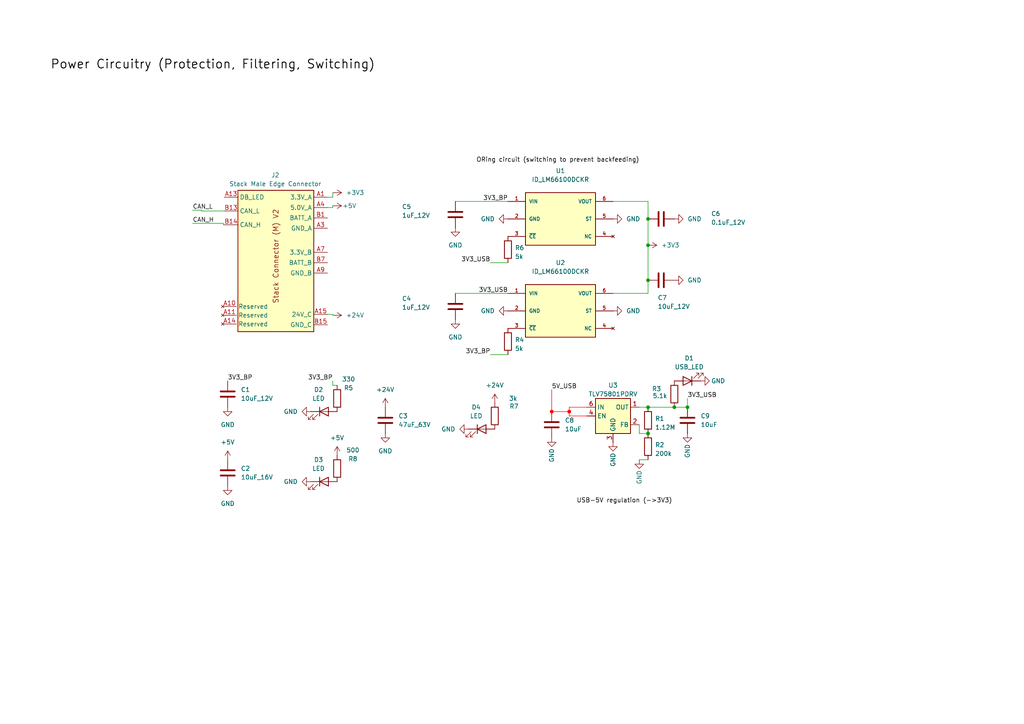
<source format=kicad_sch>
(kicad_sch (version 20231120) (generator "eeschema") (generator_version "8.0")
  (paper "A4")
  (title_block (title "ULC Board Power Circuitry") (rev "A") (company "Queen's Rocket Engineering Team") (comment 1 "Jeevan Sanchez"))
  (lib_symbols
    (symbol "Device:C" (pin_numbers hide) (pin_names (offset 0.254))
      (property "Reference" "C" (at 0.635 2.54 0))
      (property "Value" "C" (at 0.635 -2.54 0))
      (symbol "C_0_1"
        (polyline (pts (xy -2.032 -0.762) (xy 2.032 -0.762)) (stroke (width 0.508)))
        (polyline (pts (xy -2.032 0.762) (xy 2.032 0.762)) (stroke (width 0.508)))
      )
      (symbol "C_1_1"
        (pin passive line (at 0 3.81 270) (length 2.794) (name "~") (number "1"))
        (pin passive line (at 0 -3.81 90) (length 2.794) (name "~") (number "2"))
      )
    )
    (symbol "Device:LED" (pin_numbers hide) (pin_names (offset 1.016) hide)
      (property "Reference" "D" (at 0 2.54 0))
      (property "Value" "LED" (at 0 -2.54 0))
      (symbol "LED_0_1"
        (polyline (pts (xy -1.27 -1.27) (xy -1.27 1.27)) (stroke (width 0.254)))
        (polyline (pts (xy -1.27 0) (xy 1.27 0)))
        (polyline (pts (xy 1.27 -1.27) (xy 1.27 1.27) (xy -1.27 0) (xy 1.27 -1.27)) (stroke (width 0.254)))
        (polyline (pts (xy -3.048 -0.762) (xy -4.572 -2.286) (xy -3.81 -2.286) (xy -4.572 -2.286) (xy -4.572 -1.524)))
        (polyline (pts (xy -1.778 -0.762) (xy -3.302 -2.286) (xy -2.54 -2.286) (xy -3.302 -2.286) (xy -3.302 -1.524)))
      )
      (symbol "LED_1_1"
        (pin passive line (at -3.81 0 0) (length 2.54) (name "K") (number "1"))
        (pin passive line (at 3.81 0 180) (length 2.54) (name "A") (number "2"))
      )
    )
    (symbol "Device:R" (pin_numbers hide) (pin_names (offset 0))
      (property "Reference" "R" (at 2.032 0 90))
      (property "Value" "R" (at 0 0 90))
      (symbol "R_0_1"
        (rectangle (start -1.016 -2.54) (end 1.016 2.54) (stroke (width 0.254)))
      )
      (symbol "R_1_1"
        (pin passive line (at 0 3.81 270) (length 1.27) (name "~") (number "1"))
        (pin passive line (at 0 -3.81 90) (length 1.27) (name "~") (number "2"))
      )
    )
    (symbol "EdgeConnector:Stack Male Edge Connector"
      (property "Reference" "J2" (at -0.1515 25.4 0))
      (property "Value" "Stack Male Edge Connector" (at -0.1515 22.86 0))
      (symbol "Stack Male Edge Connector_0_1"
        (rectangle (start -11 21) (end 11 -20) (stroke (width 0.254)) (fill (type background)))
      )
      (symbol "Stack Male Edge Connector_1_1"
        (text "Stack Connector (M) V2" (at 0 1.905 900) (effects (font (size 1.5 1.5))))
        (pin power_out line (at 15 19 180) (length 4) (name "3.3V_A") (number "A1"))
        (pin no_connect line (at -15.43 -12.7 0) (length 4) (name "Reserved") (number "A10"))
        (pin no_connect line (at -15.43 -15.24 0) (length 4) (name "Reserved") (number "A11"))
        (pin passive line (at 15 -3 180) (length 4) hide (name "GND_B") (number "A12"))
        (pin input line (at -15 19 0) (length 4) (name "DB_LED") (number "A13"))
        (pin no_connect line (at -15.43 -17.78 0) (length 4) (name "Reserved") (number "A14"))
        (pin power_out line (at 15 -15 180) (length 4) (name "24V_C") (number "A15"))
        (pin passive line (at 15 -15 180) (length 4) hide (name "24V_C") (number "A16"))
        (pin passive line (at 15 -15 180) (length 4) hide (name "24V_C") (number "A17"))
        (pin passive line (at 15 -15 180) (length 4) hide (name "24V_C") (number "A18"))
        (pin passive line (at 15 19 180) (length 4) hide (name "3.3V_A") (number "A2"))
        (pin power_in line (at 15 10 180) (length 4) (name "GND_A") (number "A3"))
        (pin power_out line (at 15 16 180) (length 4) (name "5.0V_A") (number "A4"))
        (pin power_in line (at 15 16 180) (length 4) hide (name "5.0V_A") (number "A5"))
        (pin passive line (at 15 10 180) (length 4) hide (name "GND_A") (number "A6"))
        (pin power_out line (at 15 3 180) (length 4) (name "3.3V_B") (number "A7"))
        (pin passive line (at 15 3 180) (length 4) hide (name "3.3V_B") (number "A8"))
        (pin power_in line (at 15 -3 180) (length 4) (name "GND_B") (number "A9"))
        (pin power_out line (at 15 13 180) (length 4) (name "BATT_A") (number "B1"))
        (pin passive line (at 15 -3 180) (length 4) hide (name "GND_B") (number "B10"))
        (pin passive line (at 15 -3 180) (length 4) hide (name "GND_B") (number "B11"))
        (pin passive line (at 15 -3 180) (length 4) hide (name "GND_B") (number "B12"))
        (pin bidirectional line (at -15 15 0) (length 4) (name "CAN_L") (number "B13"))
        (pin bidirectional line (at -15 11 0) (length 4) (name "CAN_H") (number "B14"))
        (pin power_in line (at 15 -18 180) (length 4) (name "GND_C") (number "B15"))
        (pin passive line (at 15 -18 180) (length 4) hide (name "GND_C") (number "B16"))
        (pin passive line (at 15 -18 180) (length 4) hide (name "GND_C") (number "B17"))
        (pin passive line (at 15 -18 180) (length 4) hide (name "GND_C") (number "B18"))
        (pin passive line (at 15 13 180) (length 4) hide (name "BATT_A") (number "B2"))
        (pin passive line (at 15 13 180) (length 4) hide (name "BATT_A") (number "B3"))
        (pin passive line (at 15 10 180) (length 4) hide (name "GND_A") (number "B4"))
        (pin passive line (at 15 10 180) (length 4) hide (name "GND_A") (number "B5"))
        (pin passive line (at 15 10 180) (length 4) hide (name "GND_A") (number "B6"))
        (pin power_out line (at 15 0 180) (length 4) (name "BATT_B") (number "B7"))
        (pin passive line (at 15 0 180) (length 4) hide (name "BATT_B") (number "B8"))
        (pin passive line (at 15 0 180) (length 4) hide (name "BATT_B") (number "B9"))
      )
    )
    (symbol "LM66100DCKR:LM66100DCKR" (pin_names (offset 1.016))
      (property "Reference" "U1" (at 0 15.24 0))
      (property "Value" "ID_LM66100DCKR" (at 0 12.7 0))
      (symbol "LM66100DCKR_0_0"
        (rectangle (start -10.16 8.89) (end 10.16 -6.35) (stroke (width 0.254)) (fill (type background)))
        (pin input line (at -15.24 6.35 0) (length 5.08) (name "VIN") (number "1"))
        (pin power_in line (at -15.24 1.27 0) (length 5.08) (name "GND") (number "2"))
        (pin input line (at -15.24 -3.81 0) (length 5.08) (name "~{CE}") (number "3"))
        (pin no_connect line (at 15.24 -3.81 180) (length 5.08) (name "NC") (number "4"))
        (pin output line (at 15.24 1.27 180) (length 5.08) (name "ST") (number "5"))
        (pin output line (at 15.24 6.35 180) (length 5.08) (name "VOUT") (number "6"))
      )
    )
    (symbol "Regulator_Linear:TLV75801PDRV"
      (property "Reference" "U" (at -3.81 6.35 0))
      (property "Value" "TLV75801PDRV" (at 0 6.35 0))
      (symbol "TLV75801PDRV_0_1"
        (rectangle (start 5.08 -5.08) (end -5.08 5.08) (stroke (width 0.254)) (fill (type background)))
      )
      (symbol "TLV75801PDRV_1_1"
        (pin power_out line (at 7.62 2.54 180) (length 2.54) (name "OUT") (number "1"))
        (pin input line (at 7.62 -2.54 180) (length 2.54) (name "FB") (number "2"))
        (pin power_in line (at 0 -7.62 90) (length 2.54) (name "GND") (number "3"))
        (pin input line (at -7.62 0 0) (length 2.54) (name "EN") (number "4"))
        (pin no_connect line (at 5.08 0 180) (length 2.54) hide (name "DNC") (number "5"))
        (pin power_in line (at -7.62 2.54 0) (length 2.54) (name "IN") (number "6"))
        (pin passive line (at 0 -7.62 90) (length 2.54) hide (name "GND") (number "7"))
      )
    )
    (symbol "power:+24V" (power) (pin_numbers hide) (pin_names (offset 0) hide)
      (property "Value" "+24V" (at 0 3.556 0))
      (symbol "+24V_0_1"
        (polyline (pts (xy -0.762 1.27) (xy 0 2.54)))
        (polyline (pts (xy 0 0) (xy 0 2.54)))
        (polyline (pts (xy 0 2.54) (xy 0.762 1.27)))
      )
      (symbol "+24V_1_1"
        (pin power_in line (at 0 0 90) (length 0) (name "~") (number "1"))
      )
    )
    (symbol "power:+3V3" (power) (pin_numbers hide) (pin_names (offset 0) hide)
      (property "Value" "+3V3" (at 0 3.556 0))
      (symbol "+3V3_0_1"
        (polyline (pts (xy -0.762 1.27) (xy 0 2.54)))
        (polyline (pts (xy 0 0) (xy 0 2.54)))
        (polyline (pts (xy 0 2.54) (xy 0.762 1.27)))
      )
      (symbol "+3V3_1_1"
        (pin power_in line (at 0 0 90) (length 0) (name "~") (number "1"))
      )
    )
    (symbol "power:+5V" (power) (pin_numbers hide) (pin_names (offset 0) hide)
      (property "Value" "+5V" (at 0 3.556 0))
      (symbol "+5V_0_1"
        (polyline (pts (xy -0.762 1.27) (xy 0 2.54)))
        (polyline (pts (xy 0 0) (xy 0 2.54)))
        (polyline (pts (xy 0 2.54) (xy 0.762 1.27)))
      )
      (symbol "+5V_1_1"
        (pin power_in line (at 0 0 90) (length 0) (name "~") (number "1"))
      )
    )
    (symbol "power:GND" (power) (pin_numbers hide) (pin_names (offset 0) hide)
      (property "Value" "GND" (at 0 -3.81 0))
      (symbol "GND_0_1"
        (polyline (pts (xy 0 0) (xy 0 -1.27) (xy 1.27 -1.27) (xy 0 -2.54) (xy -1.27 -1.27) (xy 0 -1.27)))
      )
      (symbol "GND_1_1"
        (pin power_in line (at 0 0 270) (length 0) (name "~") (number "1"))
      )
    )
  )
  (junction (at 199.39 118.11))
  (junction (at 187.96 118.11))
  (junction (at 187.96 63.5))
  (junction (at 195.58 118.11))
  (junction (at 187.96 81.28))
  (junction (at 187.96 125.73))
  (junction (at 165.1 119.38) (color 255 0 0 1))
  (junction (at 187.96 71.12))
  (junction (at 160.02 119.38) (color 255 0 0 1))
  (wire (pts (xy 96.52 57.2) (xy 95.01 57.2)))
  (wire (pts (xy 132.08 58.42) (xy 147.32 58.42)))
  (wire (pts (xy 64.77 64.77) (xy 64.77 65.2)))
  (wire (pts (xy 165.1 118.11) (xy 170.18 118.11)) (stroke (width 0) (color 255 0 0 1)))
  (wire (pts (xy 165.1 120.65) (xy 165.1 119.38)) (stroke (width 0) (color 255 0 0 1)))
  (wire (pts (xy 187.96 133.35) (xy 185.42 133.35)))
  (wire (pts (xy 185.42 123.19) (xy 185.42 125.73)))
  (wire (pts (xy 132.08 85.09) (xy 147.32 85.09)))
  (wire (pts (xy 160.02 119.38) (xy 165.1 119.38)) (stroke (width 0) (color 255 0 0 1)))
  (wire (pts (xy 187.96 71.12) (xy 187.96 81.28)))
  (wire (pts (xy 96.52 55.88) (xy 96.52 57.2)))
  (wire (pts (xy 58.42 60.96) (xy 58.42 61.2)))
  (wire (pts (xy 195.58 118.11) (xy 199.39 118.11)))
  (wire (pts (xy 58.42 60.96) (xy 55.88 60.96)))
  (wire (pts (xy 187.96 58.42) (xy 187.96 63.5)))
  (wire (pts (xy 96.52 110.49) (xy 96.52 111.76)))
  (wire (pts (xy 96.52 111.76) (xy 97.79 111.76)))
  (wire (pts (xy 142.24 102.87) (xy 147.32 102.87)))
  (wire (pts (xy 96.52 59.69) (xy 96.52 60.2)))
  (wire (pts (xy 177.8 58.42) (xy 187.96 58.42)))
  (wire (pts (xy 165.1 119.38) (xy 165.1 118.11)) (stroke (width 0) (color 255 0 0 1)))
  (wire (pts (xy 185.42 118.11) (xy 187.96 118.11)))
  (wire (pts (xy 96.52 91.2) (xy 95.01 91.2)))
  (wire (pts (xy 64.77 64.77) (xy 55.88 64.77)))
  (wire (pts (xy 96.52 60.2) (xy 95.01 60.2)))
  (wire (pts (xy 96.52 91.44) (xy 96.52 91.2)))
  (wire (pts (xy 187.96 63.5) (xy 187.96 71.12)))
  (wire (pts (xy 199.39 115.57) (xy 199.39 118.11)))
  (wire (pts (xy 177.8 85.09) (xy 187.96 85.09)))
  (wire (pts (xy 142.24 76.2) (xy 147.32 76.2)))
  (wire (pts (xy 160.02 113.03) (xy 160.02 119.38)) (stroke (width 0) (color 255 0 0 1)))
  (wire (pts (xy 64.77 65.2) (xy 65.01 65.2)))
  (wire (pts (xy 187.96 81.28) (xy 187.96 85.09)))
  (wire (pts (xy 170.18 120.65) (xy 165.1 120.65)) (stroke (width 0) (color 255 0 0 1)))
  (wire (pts (xy 58.42 61.2) (xy 65.01 61.2)))
  (wire (pts (xy 185.42 125.73) (xy 187.96 125.73)))
  (wire (pts (xy 187.96 118.11) (xy 195.58 118.11)))
  (text "ORing circuit (switching to prevent backfeeding)\n" (at 161.798 46.482 0) (effects (font (size 1.27 1.27))))
  (text "USB-5V regulation (->3V3)\n" (at 181.102 145.288 0) (effects (font (size 1.27 1.27))))
  (text "Power Circuitry (Protection, Filtering, Switching)\n" (at 61.722 18.796 0) (effects (font (size 2.54 2.54) (thickness 0.254) (bold yes))))
  (label "3V3_BP" (at 96.52 110.49 180))
  (label "3V3_USB" (at 199.39 115.57 0) (effects (font (thickness 0.1588))))
  (label "3V3_BP" (at 147.32 58.42 180))
  (label "3V3_BP" (at 66.04 110.49 0))
  (label "3V3_USB" (at 147.32 85.09 180) (effects (font (thickness 0.1588))))
  (label "5V_USB" (at 160.02 113.03 0) (effects (font (thickness 0.1588))))
  (label "3V3_USB" (at 142.24 76.2 180) (effects (font (thickness 0.1588))))
  (label "CAN_L" (at 55.88 60.96 0))
  (label "CAN_H" (at 55.88 64.77 0))
  (label "3V3_BP" (at 142.24 102.87 180))
  (symbol (lib_id "power:GND") (at 195.58 63.5 90) (unit 1)
    (property "Reference" "#PWR010" (effects (hide yes)))
    (property "Value" "GND" (at 199.39 63.4999 90) (effects (justify right)))
    (property "Description" "Power symbol creates a global label with name \"GND\" , ground" (effects (hide yes)))
  )
  (symbol (lib_id "Device:C") (at 66.04 137.16 0) (unit 1)
    (property "Reference" "C2" (at 69.85 135.8899 0) (effects (justify left)))
    (property "Value" "10uF_16V" (at 69.85 138.4299 0) (effects (justify left)))
  )
  (symbol (lib_id "Device:C") (at 111.76 121.92 0) (unit 1)
    (property "Reference" "C3" (at 115.57 120.6499 0) (effects (justify left)))
    (property "Value" "47uF_63V" (at 115.57 123.1899 0) (effects (justify left)))
  )
  (symbol (lib_id "Device:C") (at 191.77 81.28 270) (unit 1)
    (property "Reference" "C7" (at 190.754 86.36 90) (effects (justify left)))
    (property "Value" "10uF_12V" (at 190.754 88.9 90) (effects (justify left)))
    (property "Footprint" "Capacitor_SMD:C_0603_1608Metric" (effects (hide yes)))
    (property "Description" "Unpolarized capacitor" (effects (hide yes)))
  )
  (symbol (lib_id "power:+24V") (at 111.76 118.11 0) (unit 1)
    (property "Reference" "#PWR030" (effects (hide yes)))
    (property "Value" "+24V" (at 111.76 113.03 0))
    (property "Description" "Power symbol creates a global label with name \"+24V\"" (effects (hide yes)))
  )
  (symbol (lib_id "Device:R") (at 187.96 129.54 0) (unit 1)
    (property "Reference" "R2" (at 189.992 129.032 0) (effects (justify left)))
    (property "Value" "200k" (at 189.992 131.572 0) (effects (justify left)))
    (property "Footprint" "Resistor_SMD:R_0603_1608Metric" (effects (hide yes)))
    (property "Description" "Resistor" (effects (hide yes)))
  )
  (symbol (lib_id "Device:LED") (at 199.39 110.49 180) (unit 1)
    (property "Reference" "D1" (at 199.898 103.886 0))
    (property "Value" "USB_LED" (at 199.898 106.426 0))
    (property "Footprint" "LED_SMD:LED_0603_1608Metric" (effects (hide yes)))
    (property "Description" "Light emitting diode" (effects (hide yes)))
  )
  (symbol (lib_id "Device:C") (at 160.02 123.19 0) (unit 1)
    (property "Reference" "C8" (at 163.83 121.9199 0) (effects (justify left)))
    (property "Value" "10uF" (at 163.83 124.4599 0) (effects (justify left)))
    (property "Footprint" "Capacitor_SMD:C_0603_1608Metric" (effects (hide yes)))
    (property "Description" "Unpolarized capacitor" (effects (hide yes)))
  )
  (symbol (lib_id "power:GND") (at 177.8 128.27 0) (unit 1)
    (property "Reference" "#PWR025" (effects (hide yes)))
    (property "Value" "GND" (at 177.8 131.318 90) (effects (justify right)))
    (property "Description" "Power symbol creates a global label with name \"GND\" , ground" (effects (hide yes)))
  )
  (symbol (lib_id "Device:R") (at 143.51 120.65 180) (unit 1)
    (property "Reference" "R7" (at 149.098 117.856 0))
    (property "Value" "3k" (at 148.844 115.57 0))
    (property "Description" "Resistor" (effects (hide yes)))
  )
  (symbol (lib_id "power:GND") (at 147.32 63.5 270) (unit 1)
    (property "Reference" "#PWR013" (effects (hide yes)))
    (property "Value" "GND" (at 143.51 63.4999 90) (effects (justify right)))
    (property "Description" "Power symbol creates a global label with name \"GND\" , ground" (effects (hide yes)))
  )
  (symbol (lib_id "power:+24V") (at 143.51 116.84 0) (unit 1)
    (property "Reference" "#PWR033" (effects (hide yes)))
    (property "Value" "+24V" (at 143.51 111.76 0))
    (property "Description" "Power symbol creates a global label with name \"+24V\"" (effects (hide yes)))
  )
  (symbol (lib_id "power:GND") (at 132.08 66.04 0) (unit 1)
    (property "Reference" "#PWR09" (effects (hide yes)))
    (property "Value" "GND" (at 132.08 71.12 0))
    (property "Description" "Power symbol creates a global label with name \"GND\" , ground" (effects (hide yes)))
  )
  (symbol (lib_id "power:GND") (at 185.42 133.35 0) (unit 1)
    (property "Reference" "#PWR026" (effects (hide yes)))
    (property "Value" "GND" (at 185.42 136.398 90) (effects (justify right)))
    (property "Description" "Power symbol creates a global label with name \"GND\" , ground" (effects (hide yes)))
  )
  (symbol (lib_id "Device:C") (at 199.39 121.92 0) (unit 1)
    (property "Reference" "C9" (at 203.2 120.6499 0) (effects (justify left)))
    (property "Value" "10uF" (at 203.2 123.1899 0) (effects (justify left)))
    (property "Footprint" "Capacitor_SMD:C_0603_1608Metric" (effects (hide yes)))
    (property "Description" "Unpolarized capacitor" (effects (hide yes)))
  )
  (symbol (lib_id "Device:R") (at 147.32 72.39 0) (unit 1)
    (property "Reference" "R6" (at 149.352 71.882 0) (effects (justify left)))
    (property "Value" "5k" (at 149.352 74.422 0) (effects (justify left)))
    (property "Footprint" "Resistor_SMD:R_0603_1608Metric" (effects (hide yes)))
    (property "Description" "Resistor" (effects (hide yes)))
  )
  (symbol (lib_id "power:GND") (at 147.32 90.17 270) (unit 1)
    (property "Reference" "#PWR012" (effects (hide yes)))
    (property "Value" "GND" (at 143.51 90.1699 90) (effects (justify right)))
    (property "Description" "Power symbol creates a global label with name \"GND\" , ground" (effects (hide yes)))
  )
  (symbol (lib_id "Device:R") (at 187.96 121.92 0) (unit 1)
    (property "Reference" "R1" (at 189.992 121.412 0) (effects (justify left)))
    (property "Value" "1.12M" (at 189.992 123.952 0) (effects (justify left)))
    (property "Footprint" "Resistor_SMD:R_0603_1608Metric" (effects (hide yes)))
    (property "Description" "Resistor" (effects (hide yes)))
  )
  (symbol (lib_id "Device:LED") (at 93.98 139.7 0) (unit 1)
    (property "Reference" "D3" (at 92.3925 133.35 0))
    (property "Value" "LED" (at 92.3925 135.89 0))
    (property "Description" "Light emitting diode" (effects (hide yes)))
  )
  (symbol (lib_id "power:GND") (at 195.58 81.28 90) (unit 1)
    (property "Reference" "#PWR011" (effects (hide yes)))
    (property "Value" "GND" (at 199.39 81.2799 90) (effects (justify right)))
    (property "Description" "Power symbol creates a global label with name \"GND\" , ground" (effects (hide yes)))
  )
  (symbol (lib_id "Device:R") (at 147.32 99.06 0) (unit 1)
    (property "Reference" "R4" (at 149.352 98.552 0) (effects (justify left)))
    (property "Value" "5k" (at 149.352 101.092 0) (effects (justify left)))
    (property "Footprint" "Resistor_SMD:R_0603_1608Metric" (effects (hide yes)))
    (property "Description" "Resistor" (effects (hide yes)))
  )
  (symbol (lib_id "power:GND") (at 90.17 119.38 270) (unit 1)
    (property "Reference" "#PWR029" (effects (hide yes)))
    (property "Value" "GND" (at 86.36 119.3799 90) (effects (justify right)))
    (property "Description" "Power symbol creates a global label with name \"GND\" , ground" (effects (hide yes)))
  )
  (symbol (lib_id "power:GND") (at 199.39 125.73 0) (unit 1)
    (property "Reference" "#PWR027" (effects (hide yes)))
    (property "Value" "GND" (at 199.39 128.778 90) (effects (justify right)))
    (property "Description" "Power symbol creates a global label with name \"GND\" , ground" (effects (hide yes)))
  )
  (symbol (lib_id "Device:R") (at 195.58 114.3 180) (unit 1)
    (property "Reference" "R3" (at 191.77 112.776 0) (effects (justify left)))
    (property "Value" "5.1k" (at 193.548 114.808 0) (effects (justify left)))
    (property "Footprint" "Resistor_SMD:R_0603_1608Metric" (effects (hide yes)))
    (property "Description" "Resistor" (effects (hide yes)))
  )
  (symbol (lib_id "Device:C") (at 132.08 62.23 0) (unit 1)
    (property "Reference" "C5" (at 116.586 59.944 0) (effects (justify left)))
    (property "Value" "1uF_12V" (at 116.586 62.484 0) (effects (justify left)))
    (property "Footprint" "Capacitor_SMD:C_0603_1608Metric" (effects (hide yes)))
    (property "Description" "Unpolarized capacitor" (effects (hide yes)))
  )
  (symbol (lib_id "Device:C") (at 66.04 114.3 0) (unit 1)
    (property "Reference" "C1" (at 69.85 113.0299 0) (effects (justify left)))
    (property "Value" "10uF_12V" (at 69.85 115.5699 0) (effects (justify left)))
  )
  (symbol (lib_id "power:+24V") (at 96.52 91.44 270) (unit 1)
    (property "Reference" "#PWR023" (effects (hide yes)))
    (property "Value" "+24V" (at 100.33 91.4399 90) (effects (justify left)))
    (property "Description" "Power symbol creates a global label with name \"+24V\"" (effects (hide yes)))
  )
  (symbol (lib_id "Device:LED") (at 139.7 124.46 0) (unit 1)
    (property "Reference" "D4" (at 138.1125 118.11 0))
    (property "Value" "LED" (at 138.1125 120.65 0))
    (property "Description" "Light emitting diode" (effects (hide yes)))
  )
  (symbol (lib_id "power:GND") (at 66.04 140.97 0) (unit 1)
    (property "Reference" "#PWR019" (effects (hide yes)))
    (property "Value" "GND" (at 66.04 146.05 0))
    (property "Description" "Power symbol creates a global label with name \"GND\" , ground" (effects (hide yes)))
  )
  (symbol (lib_id "Device:R") (at 97.79 135.89 180) (unit 1)
    (property "Reference" "R8" (at 102.362 133.096 0))
    (property "Value" "500" (at 102.362 130.556 0))
    (property "Description" "Resistor" (effects (hide yes)))
  )
  (symbol (lib_id "power:+5V") (at 97.79 132.08 0) (unit 1)
    (property "Reference" "#PWR015" (effects (hide yes)))
    (property "Value" "+5V" (at 97.79 127 0))
    (property "Description" "Power symbol creates a global label with name \"+5V\"" (effects (hide yes)))
  )
  (symbol (lib_id "power:+3V3") (at 96.52 55.88 270) (unit 1)
    (property "Reference" "#PWR04" (effects (hide yes)))
    (property "Value" "+3V3" (at 100.33 55.8799 90) (effects (justify left)))
    (property "Description" "Power symbol creates a global label with name \"+3V3\"" (effects (hide yes)))
  )
  (symbol (lib_id "Regulator_Linear:TLV75801PDRV") (at 177.8 120.65 0) (unit 1)
    (property "Reference" "U3" (at 177.8 111.76 0))
    (property "Value" "TLV75801PDRV" (at 177.8 114.3 0))
    (property "Footprint" "Package_SON:WSON-6-1EP_2x2mm_P0.65mm_EP1x1.6mm" (effects (hide yes)))
    (property "Datasheet" "https://www.ti.com/lit/ds/symlink/tlv758p.pdf" (effects (hide yes)))
  )
  (symbol (lib_id "power:GND") (at 90.17 139.7 270) (unit 1)
    (property "Reference" "#PWR031" (effects (hide yes)))
    (property "Value" "GND" (at 86.36 139.6999 90) (effects (justify right)))
    (property "Description" "Power symbol creates a global label with name \"GND\" , ground" (effects (hide yes)))
  )
  (symbol (lib_id "Device:R") (at 97.79 115.57 180) (unit 1)
    (property "Reference" "R5" (at 101.092 112.522 0))
    (property "Value" "330" (at 101.092 109.982 0))
    (property "Description" "Resistor" (effects (hide yes)))
  )
  (symbol (lib_id "EdgeConnector:Stack Male Edge Connector") (at 80.01 76.2 0) (unit 1)
    (property "Reference" "J2" (at 79.8585 50.8 0))
    (property "Value" "Stack Male Edge Connector" (at 79.8585 53.34 0))
    (property "Footprint" "Connector_PCBEdge:BUS_PCIexpress_x1" (effects (hide yes)))
    (property "Description" "QRET SRAD Male Stack Edge Connector (PCIe x1 Connector). Generation 1" (effects (hide yes)))
  )
  (symbol (lib_id "power:GND") (at 177.8 63.5 90) (unit 1)
    (property "Reference" "#PWR016" (effects (hide yes)))
    (property "Value" "GND" (at 181.61 63.4999 90) (effects (justify right)))
    (property "Description" "Power symbol creates a global label with name \"GND\" , ground" (effects (hide yes)))
  )
  (symbol (lib_id "power:+3V3") (at 187.96 71.12 270) (unit 1)
    (property "Reference" "#PWR017" (effects (hide yes)))
    (property "Value" "+3V3" (at 191.77 71.1199 90) (effects (justify left)))
    (property "Description" "Power symbol creates a global label with name \"+3V3\"" (effects (hide yes)))
  )
  (symbol (lib_id "Device:C") (at 132.08 88.9 0) (unit 1)
    (property "Reference" "C4" (at 116.586 86.614 0) (effects (justify left)))
    (property "Value" "1uF_12V" (at 116.586 89.154 0) (effects (justify left)))
    (property "Footprint" "Capacitor_SMD:C_0603_1608Metric" (effects (hide yes)))
    (property "Description" "Unpolarized capacitor" (effects (hide yes)))
  )
  (symbol (lib_id "Device:LED") (at 93.98 119.38 0) (unit 1)
    (property "Reference" "D2" (at 92.3925 113.03 0))
    (property "Value" "LED" (at 92.3925 115.57 0))
    (property "Description" "Light emitting diode" (effects (hide yes)))
  )
  (symbol (lib_id "power:GND") (at 135.89 124.46 270) (unit 1)
    (property "Reference" "#PWR032" (effects (hide yes)))
    (property "Value" "GND" (at 132.08 124.4599 90) (effects (justify right)))
    (property "Description" "Power symbol creates a global label with name \"GND\" , ground" (effects (hide yes)))
  )
  (symbol (lib_id "power:GND") (at 111.76 125.73 0) (unit 1)
    (property "Reference" "#PWR018" (effects (hide yes)))
    (property "Value" "GND" (at 111.76 130.81 0))
    (property "Description" "Power symbol creates a global label with name \"GND\" , ground" (effects (hide yes)))
  )
  (symbol (lib_id "power:GND") (at 203.2 110.49 90) (unit 1)
    (property "Reference" "#PWR028" (effects (hide yes)))
    (property "Value" "GND" (at 206.248 110.49 90) (effects (justify right)))
    (property "Description" "Power symbol creates a global label with name \"GND\" , ground" (effects (hide yes)))
  )
  (symbol (lib_id "power:GND") (at 160.02 127 0) (unit 1)
    (property "Reference" "#PWR024" (effects (hide yes)))
    (property "Value" "GND" (at 160.02 130.048 90) (effects (justify right)))
    (property "Description" "Power symbol creates a global label with name \"GND\" , ground" (effects (hide yes)))
  )
  (symbol (lib_id "power:+5V") (at 66.04 133.35 0) (unit 1)
    (property "Reference" "#PWR021" (effects (hide yes)))
    (property "Value" "+5V" (at 66.04 128.27 0))
    (property "Description" "Power symbol creates a global label with name \"+5V\"" (effects (hide yes)))
  )
  (symbol (lib_id "LM66100DCKR:LM66100DCKR") (at 162.56 91.44 0) (unit 1)
    (property "Reference" "U2" (at 162.56 76.2 0))
    (property "Value" "ID_LM66100DCKR" (at 162.56 78.74 0))
    (property "Footprint" "LM66100DCKR:SOT65P210X110-6N" (effects (hide yes)))
    (property "Datasheet" "https://www.ti.com/lit/ds/symlink/lm66100.pdf" (effects (hide yes)))
    (property "Description" "Ideal Diode IC (Part of ORing circuit)" (effects (hide yes)))
    (property "MF" "Texas Instruments" (effects (hide yes)))
    (property "MAXIMUM_PACKAGE_HEIGHT" "1.1 mm" (effects (hide yes)))
    (property "Package" "SOT-SC70-6 Texas Instruments" (effects (hide yes)))
    (property "Price" "None" (effects (hide yes)))
    (property "Check_prices" "https://www.snapeda.com/parts/LM66100DCKR/Texas+Instruments/view-part/?ref=eda" (effects (hide yes)))
    (property "STANDARD" "IPC 7351B" (effects (hide yes)))
    (property "PARTREV" "Rev. A" (effects (hide yes)))
    (property "SnapEDA_Link" "https://www.snapeda.com/parts/LM66100DCKR/Texas+Instruments/view-part/?ref=snap" (effects (hide yes)))
    (property "MP" "LM66100DCKR" (effects (hide yes)))
    (property "Description_1" "\n                        \n                            1.5-V to 5.5-V, 1.5-A, 0.5-µA IQ ideal diode with integrated FET\n                        \n" (effects (hide yes)))
    (property "Availability" "In Stock" (effects (hide yes)))
    (property "MANUFACTURER" "Texas Instruments" (effects (hide yes)))
  )
  (symbol (lib_id "power:GND") (at 66.04 118.11 0) (unit 1)
    (property "Reference" "#PWR020" (effects (hide yes)))
    (property "Value" "GND" (at 66.04 123.19 0))
    (property "Description" "Power symbol creates a global label with name \"GND\" , ground" (effects (hide yes)))
  )
  (symbol (lib_id "power:+5V") (at 96.52 59.69 270) (unit 1)
    (property "Reference" "#PWR022" (effects (hide yes)))
    (property "Value" "+5V" (at 101.346 59.69 90))
    (property "Description" "Power symbol creates a global label with name \"+5V\"" (effects (hide yes)))
  )
  (symbol (lib_id "power:GND") (at 132.08 92.71 0) (unit 1)
    (property "Reference" "#PWR06" (effects (hide yes)))
    (property "Value" "GND" (at 132.08 97.79 0))
    (property "Description" "Power symbol creates a global label with name \"GND\" , ground" (effects (hide yes)))
  )
  (symbol (lib_id "power:GND") (at 177.8 90.17 90) (unit 1)
    (property "Reference" "#PWR03" (effects (hide yes)))
    (property "Value" "GND" (at 181.61 90.1699 90) (effects (justify right)))
    (property "Description" "Power symbol creates a global label with name \"GND\" , ground" (effects (hide yes)))
  )
  (symbol (lib_id "LM66100DCKR:LM66100DCKR") (at 162.56 64.77 0) (unit 1)
    (property "Reference" "U1" (at 162.56 49.53 0))
    (property "Value" "ID_LM66100DCKR" (at 162.56 52.07 0))
    (property "Footprint" "LM66100DCKR:SOT65P210X110-6N" (effects (hide yes)))
    (property "Datasheet" "https://www.ti.com/lit/ds/symlink/lm66100.pdf" (effects (hide yes)))
    (property "Description" "Ideal Dioide IC (Part of ORing circuit)" (effects (hide yes)))
    (property "MF" "Texas Instruments" (effects (hide yes)))
    (property "MAXIMUM_PACKAGE_HEIGHT" "1.1 mm" (effects (hide yes)))
    (property "Package" "SOT-SC70-6 Texas Instruments" (effects (hide yes)))
    (property "Price" "None" (effects (hide yes)))
    (property "Check_prices" "https://www.snapeda.com/parts/LM66100DCKR/Texas+Instruments/view-part/?ref=eda" (effects (hide yes)))
    (property "STANDARD" "IPC 7351B" (effects (hide yes)))
    (property "PARTREV" "Rev. A" (effects (hide yes)))
    (property "SnapEDA_Link" "https://www.snapeda.com/parts/LM66100DCKR/Texas+Instruments/view-part/?ref=snap" (effects (hide yes)))
    (property "MP" "LM66100DCKR" (effects (hide yes)))
    (property "Description_1" "\n                        \n                            1.5-V to 5.5-V, 1.5-A, 0.5-µA IQ ideal diode with integrated FET\n                        \n" (effects (hide yes)))
    (property "Availability" "In Stock" (effects (hide yes)))
    (property "MANUFACTURER" "Texas Instruments" (effects (hide yes)))
  )
  (symbol (lib_id "Device:C") (at 191.77 63.5 270) (unit 1)
    (property "Reference" "C6" (at 206.248 61.976 90) (effects (justify left)))
    (property "Value" "0.1uF_12V" (at 206.248 64.516 90) (effects (justify left)))
    (property "Footprint" "Capacitor_SMD:C_0603_1608Metric" (effects (hide yes)))
    (property "Description" "Unpolarized capacitor" (effects (hide yes)))
  )
)
</source>
